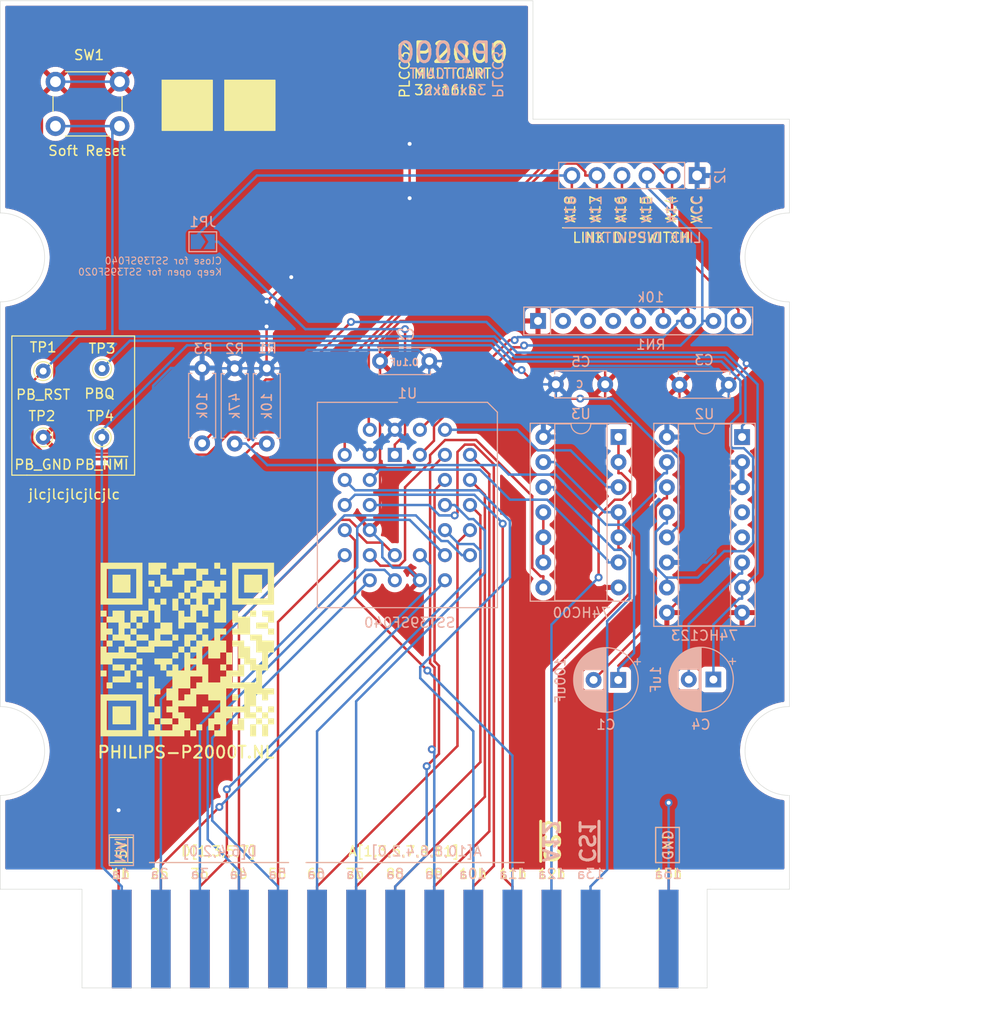
<source format=kicad_pcb>
(kicad_pcb (version 20211014) (generator pcbnew)
  (layers (0 "F.Cu" signal) (31 "B.Cu" signal) (34 "B.Paste" user) (35 "F.Paste" user) (36 "B.SilkS" user "B.Silkscreen") (37 "F.SilkS" user "F.Silkscreen") (38 "B.Mask" user) (39 "F.Mask" user) (44 "Edge.Cuts" user))
  (net 0 "")
  (net 1 "GND")
  (net 2 "+5V")
  (net 3 "D1")
  (net 4 "D3")
  (net 5 "D5")
  (net 6 "D7")
  (net 7 "A1")
  (net 8 "A3")
  (net 9 "A5")
  (net 10 "A7")
  (net 11 "A9")
  (net 12 "A11")
  (net 13 "A12")
  (net 14 "A10")
  (net 15 "A8")
  (net 16 "A6")
  (net 17 "A4")
  (net 18 "A2")
  (net 19 "A0")
  (net 20 "D6")
  (net 21 "D4")
  (net 22 "D2")
  (net 23 "D0")
  (net 24 "~{CARSEL1}")
  (net 25 "~{CARSEL2}")
  (net 26 "A12C")
  (net 27 "A14")
  (net 28 "A15")
  (net 29 "A16")
  (net 30 "A17")
  (net 31 "A18")
  (net 32 "A13")
  (net 33 "~{CS}")
  (net 34 "Net-(JP1-Pad2)")
  (net 35 "~{NMI}")
  (net 36 "Net-(U3-Pad10)")
  (net 37 "Net-(C1-Pad2)")
  (net 38 "Net-(C1-Pad1)")
  (net 39 "Net-(C4-Pad2)")
  (net 40 "Net-(C4-Pad1)")
  (net 41 "Net-(R1-Pad2)")
  (net 42 "Net-(U2-Pad5)")
  (net 43 "Net-(U2-Pad4)")
  (net 44 "Net-(TP3-Pad1)")
  (net 45 "Net-(RN1-Pad4)")
  (net 46 "Net-(RN1-Pad3)")
  (net 47 "Net-(RN1-Pad2)")
  (footprint "Button_Switch_THT:SW_PUSH_6mm" (layer "F.Cu") (at 48.747 52.345)
    (fp_text reference "SW1")
    (fp_text value "Soft Reset")
  )
  (footprint "TestPoint:TestPoint_THTPad_D1.5mm_Drill0.7mm" (layer "F.Cu") (at 47.498 81.661)
    (fp_text reference "TP1")
    (fp_text value "PB_RST")
  )
  (footprint "TestPoint:TestPoint_THTPad_D1.5mm_Drill0.7mm" (layer "F.Cu") (at 47.498 88.37)
    (fp_text reference "TP2")
    (fp_text value "PB_GND")
  )
  (footprint "TestPoint:TestPoint_THTPad_D1.5mm_Drill0.7mm" (layer "F.Cu") (at 53.445 88.37)
    (fp_text reference "TP4")
    (fp_text value "PB_~{NMI}")
  )
  (footprint "TestPoint:TestPoint_THTPad_D1.5mm_Drill0.7mm" (layer "F.Cu") (at 53.467 81.407)
    (fp_text reference "TP3")
    (fp_text value "PBQ")
  )
  (footprint "libs:qrcode" (layer "F.Cu") (at 62.103 109.855)
    (fp_text reference "G***" hide)
    (fp_text value "LOGO" hide)
  )
  (footprint "Package_DIP:DIP-14_W7.62mm_Socket" (layer "B.Cu") (at 105.821 88.337 180)
    (fp_text reference "U3")
    (fp_text value "74HC00")
  )
  (footprint "Capacitor_THT:C_Disc_D5.0mm_W2.5mm_P5.00mm" (layer "B.Cu") (at 99.471 83.003)
    (fp_text reference "C5")
    (fp_text value "C")
  )
  (footprint "Capacitor_THT:C_Disc_D5.0mm_W2.5mm_P5.00mm" (layer "B.Cu") (at 86.647 80.645 180)
    (fp_text reference "C2")
    (fp_text value "0.1uF")
  )
  (footprint "Connector_PinHeader_2.54mm:PinHeader_1x06_P2.54mm_Vertical" (layer "B.Cu") (at 113.792 61.849 90)
    (fp_text reference "J2")
    (fp_text value "DIPconn")
  )
  (footprint "Jumper:SolderJumper-2_P1.3mm_Open_TrianglePad1.0x1.5mm" (layer "B.Cu") (at 63.679 68.557)
    (fp_text reference "JP1")
    (fp_text value "Jumper")
  )
  (footprint "Package_DIP:DIP-16_W7.62mm_Socket" (layer "B.Cu") (at 118.347 88.345 180)
    (fp_text reference "U2")
    (fp_text value "74HC123")
  )
  (footprint "Capacitor_THT:CP_Radial_D6.3mm_P2.50mm" (layer "B.Cu") (at 105.797 112.945 180)
    (fp_text reference "C1")
    (fp_text value "100uF")
  )
  (footprint "Capacitor_THT:C_Disc_D5.0mm_W2.5mm_P5.00mm" (layer "B.Cu") (at 116.997 83.045 180)
    (fp_text reference "C3")
    (fp_text value "0.1uF")
  )
  (footprint "Resistor_THT:R_Axial_DIN0207_L6.3mm_D2.5mm_P7.62mm_Horizontal" (layer "B.Cu") (at 70.165 81.383 -90)
    (fp_text reference "R1")
    (fp_text value "10k")
  )
  (footprint "Resistor_THT:R_Axial_DIN0207_L6.3mm_D2.5mm_P7.62mm_Horizontal" (layer "B.Cu") (at 66.915 81.383 -90)
    (fp_text reference "R2")
    (fp_text value "47k")
  )
  (footprint "Resistor_THT:R_Axial_DIN0207_L6.3mm_D2.5mm_P7.62mm_Horizontal" (layer "B.Cu") (at 63.615 88.973 90)
    (fp_text reference "R3")
    (fp_text value "10k")
  )
  (footprint "p2000t_cartridge:p2000t_cartridge_edge" (layer "B.Cu") (at 83.185 139.192)
    (fp_text reference "J1")
    (fp_text value "P2000T_cartridge_edge")
  )
  (footprint "Capacitor_THT:CP_Radial_D6.3mm_P2.50mm" (layer "B.Cu") (at 115.443 112.903 180)
    (fp_text reference "C4")
    (fp_text value "1uF")
  )
  (footprint "Resistor_THT:R_Array_SIP9" (layer "B.Cu") (at 97.663 76.581)
    (fp_text reference "RN1")
    (fp_text value "10k")
  )
  (footprint "Package_LCC:PLCC-32_THT-Socket" (layer "B.Cu") (at 83.147 90.145 180)
    (fp_text reference "U1")
    (fp_text value "SST39SF040")
  )
  (gr_line (start 96.251 131.445) (end 74.153 131.445) (layer "B.SilkS") (width 0.12))
  (gr_line (start 72.375 131.445) (end 58.278 131.445) (layer "B.SilkS") (width 0.12))
  (gr_line (start 115.274 67.16) (end 100.274 67.16) (layer "B.SilkS") (width 0.12))
  (gr_line (start 54.197 131.745) (end 54.197 128.645) (layer "B.SilkS") (width 0.12))
  (gr_line (start 111.999 131.451) (end 109.586 131.451) (layer "B.SilkS") (width 0.12))
  (gr_line (start 111.999 127.895) (end 111.999 131.451) (layer "B.SilkS") (width 0.12))
  (gr_line (start 109.586 127.895) (end 111.999 127.895) (layer "B.SilkS") (width 0.12))
  (gr_line (start 109.586 131.451) (end 109.586 127.895) (layer "B.SilkS") (width 0.12))
  (gr_line (start 56.647 128.645) (end 56.647 131.745) (layer "B.SilkS") (width 0.12))
  (gr_line (start 56.647 131.745) (end 54.197 131.745) (layer "B.SilkS") (width 0.12))
  (gr_line (start 54.197 128.645) (end 56.647 128.645) (layer "B.SilkS") (width 0.12))
  (gr_line (start 54.214 128.905) (end 54.214 131.445) (layer "F.SilkS") (width 0.12))
  (gr_line (start 109.586 131.445) (end 111.999 131.445) (layer "F.SilkS") (width 0.12))
  (gr_line (start 109.586 127.889) (end 109.586 131.445) (layer "F.SilkS") (width 0.12))
  (gr_line (start 44.323 78.105) (end 44.45 78.105) (layer "F.SilkS") (width 0.12))
  (gr_line (start 74.153 131.445) (end 96.251 131.445) (layer "F.SilkS") (width 0.12))
  (gr_line (start 45.847 92.202) (end 44.323 92.202) (layer "F.SilkS") (width 0.12))
  (gr_line (start 56.769 78.105) (end 56.769 92.202) (layer "F.SilkS") (width 0.12))
  (gr_line (start 44.323 92.202) (end 44.323 78.105) (layer "F.SilkS") (width 0.12))
  (gr_line (start 58.278 131.445) (end 72.375 131.445) (layer "F.SilkS") (width 0.12))
  (gr_line (start 111.999 131.445) (end 111.999 127.889) (layer "F.SilkS") (width 0.12))
  (gr_line (start 56.627 131.445) (end 56.627 128.905) (layer "F.SilkS") (width 0.12))
  (gr_rect (start 65.913 52.197) (end 70.993 57.277) (layer "F.SilkS") (width 0.12) (fill solid))
  (gr_line (start 100.147 67.145) (end 115.147 67.145) (layer "F.SilkS") (width 0.12))
  (gr_line (start 56.769 92.202) (end 45.847 92.202) (layer "F.SilkS") (width 0.12))
  (gr_line (start 111.999 127.889) (end 109.586 127.889) (layer "F.SilkS") (width 0.12))
  (gr_line (start 44.45 78.105) (end 56.769 78.105) (layer "F.SilkS") (width 0.12))
  (gr_line (start 54.214 131.445) (end 56.627 131.445) (layer "F.SilkS") (width 0.12))
  (gr_rect (start 59.563 52.197) (end 64.643 57.277) (layer "F.SilkS") (width 0.12) (fill solid))
  (gr_line (start 56.627 128.905) (end 54.214 128.905) (layer "F.SilkS") (width 0.12))
  (gr_line (start 43.147 63.645) (end 43.147 59.145) (layer "Edge.Cuts") (width 0.05))
  (gr_line (start 43.147 109.145) (end 43.147 113.645) (layer "Edge.Cuts") (width 0.05))
  (gr_arc (start 43.147 115.645) (mid 47.647 120.145) (end 43.147 124.645) (layer "Edge.Cuts") (width 0.05))
  (gr_line (start 43.147 114.145) (end 43.147 113.645) (layer "Edge.Cuts") (width 0.05))
  (gr_line (start 43.147 127.145) (end 43.147 124.645) (layer "Edge.Cuts") (width 0.05))
  (gr_line (start 43.147 115.645) (end 43.147 114.145) (layer "Edge.Cuts") (width 0.05))
  (gr_arc (start 43.147 65.645) (mid 47.647 70.145) (end 43.147 74.645) (layer "Edge.Cuts") (width 0.05))
  (gr_line (start 123.147 127.145) (end 123.147 124.645) (layer "Edge.Cuts") (width 0.05))
  (gr_line (start 43.147 109.145) (end 43.147 74.645) (layer "Edge.Cuts") (width 0.05))
  (gr_line (start 43.147 65.645) (end 43.147 63.645) (layer "Edge.Cuts") (width 0.05))
  (gr_line (start 123.147 134.145) (end 123.147 127.145) (layer "Edge.Cuts") (width 0.05))
  (gr_line (start 43.147 44.145) (end 43.147 59.145) (layer "Edge.Cuts") (width 0.05))
  (gr_line (start 43.147 134.145) (end 43.147 127.145) (layer "Edge.Cuts") (width 0.05))
  (gr_line (start 97.147 44.145) (end 83.147 44.145) (layer "Edge.Cuts") (width 0.05))
  (gr_line (start 123.147 74.745) (end 123.147 74.645) (layer "Edge.Cuts") (width 0.05))
  (gr_line (start 123.147 115.645) (end 123.147 110.045) (layer "Edge.Cuts") (width 0.05))
  (gr_line (start 123.147 100.457) (end 123.147001 94.845) (layer "Edge.Cuts") (width 0.05))
  (gr_line (start 123.147001 83.445001) (end 123.147 77.845) (layer "Edge.Cuts") (width 0.05))
  (gr_line (start 123.147 63.445) (end 123.147 57.845) (layer "Edge.Cuts") (width 0.05))
  (gr_line (start 114.808 134.145) (end 115.147 134.145) (layer "Edge.Cuts") (width 0.05))
  (gr_line (start 114.808 144.145) (end 51.435 144.145) (layer "Edge.Cuts") (width 0.05))
  (gr_line (start 51.147 134.145) (end 51.435 134.145) (layer "Edge.Cuts") (width 0.05))
  (gr_arc (start 123.147 74.645) (mid 118.647 70.145) (end 123.147 65.645) (layer "Edge.Cuts") (width 0.05))
  (gr_line (start 51.435 144.145) (end 51.435 134.145) (layer "Edge.Cuts") (width 0.05))
  (gr_line (start 123.147 65.645) (end 123.147 63.445) (layer "Edge.Cuts") (width 0.05))
  (gr_line (start 123.147 56.145) (end 97.147 56.145) (layer "Edge.Cuts") (width 0.05))
  (gr_line (start 123.147 74.745) (end 123.147 77.845) (layer "Edge.Cuts") (width 0.05))
  (gr_line (start 51.147 134.145) (end 43.147 134.145) (layer "Edge.Cuts") (width 0.05))
  (gr_line (start 83.147 44.145) (end 43.147 44.145) (layer "Edge.Cuts") (width 0.05))
  (gr_line (start 97.147 56.145) (end 97.147 44.145) (layer "Edge.Cuts") (width 0.05))
  (gr_line (start 123.147 110.045) (end 123.147 100.457) (layer "Edge.Cuts") (width 0.05))
  (gr_line (start 114.808 144.145) (end 114.808 134.145) (layer "Edge.Cuts") (width 0.05))
  (gr_line (start 123.147001 83.445001) (end 123.147001 94.845) (layer "Edge.Cuts") (width 0.05))
  (gr_arc (start 123.147 124.645) (mid 118.647 120.145) (end 123.147 115.645) (layer "Edge.Cuts") (width 0.05))
  (gr_line (start 123.147 56.145) (end 123.147 57.845) (layer "Edge.Cuts") (width 0.05))
  (gr_line (start 115.147 134.145) (end 123.147 134.145) (layer "Edge.Cuts") (width 0.05))
  (gr_text "15a" (at 110.856 132.588) (layer "B.SilkS") (effects (font (size 1 1)) (justify mirror)))
  (gr_text "~{CS1}" (at 102.601 129.286 -90) (layer "B.SilkS") (effects (font (size 1.5 1.5) (thickness 0.3)) (justify mirror)))
  (gr_text "A12" (at 98.918 129.286 -90) (layer "B.SilkS") (effects (font (size 1.5 1.5) (thickness 0.3)) (justify mirror)))
  (gr_text "A[10,8,6,4,2,0]" (at 86.345 130.302) (layer "B.SilkS") (effects (font (size 1 1)) (justify mirror)))
  (gr_text "D[6,4,2,0]" (at 65.39 130.302) (layer "B.SilkS") (effects (font (size 1 1)) (justify mirror)))
  (gr_text "A14" (at 111.204 65.284 270) (layer "B.SilkS") (effects (font (size 1 1)) (justify mirror)))
  (gr_text "LINK DIPSWITCH" (at 108.274 68.16) (layer "B.SilkS") (effects (font (size 1 1)) (justify mirror)))
  (gr_text "VCC" (at 113.737 65.246 270) (layer "B.SilkS") (effects (font (size 1 1)) (justify mirror)))
  (gr_text "1a" (at 55.344 132.588) (layer "B.SilkS") (effects (font (size 1 1)) (justify mirror)))
  (gr_text "~{NMI}" (at 55.247 130.195 270) (layer "B.SilkS") (effects (font (size 1 1)) (justify mirror)))
  (gr_text "GND" (at 110.856 129.673 90) (layer "B.SilkS") (effects (font (size 1 1)) (justify mirror)))
  (gr_text "P2000" (at 93.091 49.403) (layer "B.SilkS") (effects (font (size 2 2) (thickness 0.3)) (justify left mirror)))
  (gr_text "32x16kb" (at 89.2594 53.1954) (layer "B.SilkS") (effects (font (size 1 1)) (justify mirror)))
  (gr_text "MULTICART" (at 88.5482 51.519) (layer "B.SilkS") (effects (font (size 1 1)) (justify mirror)))
  (gr_text "PLCC32" (at 93.5266 51.145 -90) (layer "B.SilkS") (effects (font (size 1 1)) (justify mirror)))
  (gr_text "11a" (at 95.108 132.588) (layer "B.SilkS") (effects (font (size 1 1)) (justify mirror)))
  (gr_text "10a" (at 91.044 132.588) (layer "B.SilkS") (effects (font (size 1 1)) (justify mirror)))
  (gr_text "2a" (at 59.294 132.588) (layer "B.SilkS") (effects (font (size 1 1)) (justify mirror)))
  (gr_text "A17" (at 103.4934 65.284 270) (layer "B.SilkS") (effects (font (size 1 1)) (justify mirror)))
  (gr_text "6a" (at 75.169 132.588) (layer "B.SilkS") (effects (font (size 1 1)) (justify mirror)))
  (gr_text "A16" (at 106.0636 65.284 270) (layer "B.SilkS") (effects (font (size 1 1)) (justify mirror)))
  (gr_text "7a" (at 79.106 132.588) (layer "B.SilkS") (effects (font (size 1 1)) (justify mirror)))
  (gr_text "13a" (at 102.982 132.588) (layer "B.SilkS") (effects (font (size 1 1)) (justify mirror)))
  (gr_text "9a" (at 87.107 132.588) (layer "B.SilkS") (effects (font (size 1 1)) (justify mirror)))
  (gr_text "4a" (at 67.295 132.588) (layer "B.SilkS") (effects (font (size 1 1)) (justify mirror)))
  (gr_text "5a" (at 71.232 132.588) (layer "B.SilkS") (effects (font (size 1 1)) (justify mirror)))
  (gr_text "A18" (at 100.9232 65.284 270) (layer "B.SilkS") (effects (font (size 1 1)) (justify mirror)))
  (gr_text "12a" (at 99.045 132.588) (layer "B.SilkS") (effects (font (size 1 1)) (justify mirror)))
  (gr_text "3a" (at 63.358 132.588) (layer "B.SilkS") (effects (font (size 1 1)) (justify mirror)))
  (gr_text "A15" (at 108.6338 65.284 270) (layer "B.SilkS") (effects (font (size 1 1)) (justify mirror)))
  (gr_text "8a" (at 83.17 132.588) (layer "B.SilkS") (effects (font (size 1 1)) (justify mirror)))
  (gr_text "Close for SST39SF040\nKeep open for SST39SF020" (at 65.679 71.057) (layer "B.SilkS") (effects (font (size 0.7 0.7) (thickness 0.1)) (justify left mirror)))
  (gr_text "9b" (at 87.107 132.588) (layer "F.SilkS") (effects (font (size 1 1))))
  (gr_text "6b" (at 75.169 132.588) (layer "F.SilkS") (effects (font (size 1 1))))
  (gr_text "8b" (at 83.17 132.588) (layer "F.SilkS") (effects (font (size 1 1))))
  (gr_text "4b" (at 67.295 132.588) (layer "F.SilkS") (effects (font (size 1 1))))
  (gr_text "1b" (at 55.357 132.588) (layer "F.SilkS") (effects (font (size 1 1))))
  (gr_text "2b" (at 59.294 132.588) (layer "F.SilkS") (effects (font (size 1 1))))
  (gr_text "5b" (at 71.232 132.588) (layer "F.SilkS") (effects (font (size 1 1))))
  (gr_text "7b" (at 79.106 132.588) (layer "F.SilkS") (effects (font (size 1 1))))
  (gr_text "11b" (at 95.108 132.588) (layer "F.SilkS") (effects (font (size 1 1))))
  (gr_text "12b" (at 99.045 132.588) (layer "F.SilkS") (effects (font (size 1 1))))
  (gr_text "15b" (at 110.856 132.588) (layer "F.SilkS") (effects (font (size 1 1))))
  (gr_text "3b" (at 63.358 132.588) (layer "F.SilkS") (effects (font (size 1 1))))
  (gr_text "10b" (at 91.044 132.588) (layer "F.SilkS") (effects (font (size 1 1))))
  (gr_text "GND" (at 110.856 129.667 90) (layer "F.SilkS") (effects (font (size 1 1))))
  (gr_text "A15" (at 108.5962 65.246 90) (layer "F.SilkS") (effects (font (size 1 1))))
  (gr_text "A16" (at 106.0354 65.246 90) (layer "F.SilkS") (effects (font (size 1 1))))
  (gr_text "A17" (at 103.4746 65.246 90) (layer "F.SilkS") (effects (font (size 1 1))))
  (gr_text "A18" (at 100.9138 65.246 90) (layer "F.SilkS") (effects (font (size 1 1))))
  (gr_text "A14" (at 111.157 65.246 90) (layer "F.SilkS") (effects (font (size 1 1))))
  (gr_text "PLCC32" (at 84.147 51.145 90) (layer "F.SilkS") (effects (font (size 1 1))))
  (gr_text "MULTICART" (at 88.9978 51.519) (layer "F.SilkS") (effects (font (size 1 1))))
  (gr_text "P2000" (at 84.8136 49.394) (layer "F.SilkS") (effects (font (size 2 2) (thickness 0.3)) (justify left)))
  (gr_text "32x16kb" (at 88.2866 53.1954) (layer "F.SilkS") (effects (font (size 1 1))))
  (gr_text "A[1,3,5,7,9,11]" (at 84.059 130.302) (layer "F.SilkS") (effects (font (size 1 1))))
  (gr_text "LINK DIPSWITCH" (at 107.147 68.145) (layer "F.SilkS") (effects (font (size 1 1))))
  (gr_text "VCC" (at 113.737 65.284 90) (layer "F.SilkS") (effects (font (size 1 1))))
  (gr_text "jlcjlcjlcjlcjlc" (at 50.647 94.145) (layer "F.SilkS") (effects (font (size 1 1))))
  (gr_text "~{CS2}" (at 99.172 129.286 90) (layer "F.SilkS") (effects (font (size 1.5 1.5) (thickness 0.3))))
  (gr_text "PHILIPS-P2000T.NL" (at 61.976 120.269) (layer "F.SilkS") (effects (font (size 1.2 1.2) (thickness 0.2))))
  (gr_text "5V" (at 55.484 130.175 90) (layer "F.SilkS") (effects (font (size 1 1))))
  (gr_text "D[1,3,5,7]" (at 65.263 130.302) (layer "F.SilkS") (effects (font (size 1 1))))
  (segment (start 103.579 103.577) (end 102.647 102.645) (width 0.25) (layer "F.Cu") (net 1))
  (segment (start 102.647 87.145) (end 104.471 85.321) (width 0.25) (layer "F.Cu") (net 1))
  (segment (start 81.647 78.645) (end 81.647 80.645) (width 0.25) (layer "F.Cu") (net 1))
  (segment (start 105.647 79.645) (end 98.147 79.645) (width 0.25) (layer "F.Cu") (net 1))
  (segment (start 117.147 116.645) (end 121.647 112.145) (width 0.25) (layer "F.Cu") (net 1))
  (segment (start 105.821 103.577) (end 103.579 103.577) (width 0.25) (layer "F.Cu") (net 1))
  (segment (start 48.6392 88.37) (end 48.6392 59.2806) (width 0.25) (layer "F.Cu") (net 1))
  (segment (start 71.4508 87.8666) (end 66.4194 87.8666) (width 0.25) (layer "F.Cu") (net 1))
  (segment (start 83.711 76.581) (end 81.647 78.645) (width 0.25) (layer "F.Cu") (net 1))
  (segment (start 111.997 84.995) (end 115.147 88.145) (width 0.25) (layer "F.Cu") (net 1))
  (segment (start 116.867 104.645) (end 118.347 106.125) (width 0.25) (layer "F.Cu") (net 1))
  (segment (start 106.647 79.645) (end 105.647 79.645) (width 0.25) (layer "F.Cu") (net 1))
  (segment (start 115.147 104.645) (end 116.867 104.645) (width 0.25) (layer "F.Cu") (net 1))
  (segment (start 115.397 79.645) (end 106.647 79.645) (width 0.25) (layer "F.Cu") (net 1))
  (segment (start 48.6392 59.2806) (end 47.3664 58.0078) (width 0.25) (layer "F.Cu") (net 1))
  (segment (start 97.663 79.161) (end 97.663 76.581) (width 0.25) (layer "F.Cu") (net 1))
  (segment (start 110.905 125.387) (end 117.147 119.145) (width 0.25) (layer "F.Cu") (net 1))
  (segment (start 119.147 79.645) (end 115.647 79.645) (width 0.25) (layer "F.Cu") (net 1))
  (segment (start 110.905 139.192) (end 110.905 125.387) (width 0.25) (layer "F.Cu") (net 1))
  (segment (start 121.647 112.145) (end 121.647 82.145) (width 0.25) (layer "F.Cu") (net 1))
  (segment (start 104.471 80.821) (end 104.471 83.003) (width 0.25) (layer "F.Cu") (net 1))
  (segment (start 115.397 79.645) (end 111.997 83.045) (width 0.25) (layer "F.Cu") (net 1))
  (segment (start 112.207 104.645) (end 110.727 106.125) (width 0.25) (layer "F.Cu") (net 1))
  (segment (start 111.997 83.045) (end 111.997 84.995) (width 0.25) (layer "F.Cu") (net 1))
  (segment (start 115.147 104.645) (end 112.207 104.645) (width 0.25) (layer "F.Cu") (net 1))
  (segment (start 105.647 79.645) (end 104.471 80.821) (width 0.25) (layer "F.Cu") (net 1))
  (segment (start 115.647 79.645) (end 115.397 79.645) (width 0.25) (layer "F.Cu") (net 1))
  (segment (start 66.4194 87.8666) (end 64.1577 90.1283) (width 0.25) (layer "F.Cu") (net 1))
  (segment (start 47.3664 58.0078) (end 47.3664 53.7256) (width 0.25) (layer "F.Cu") (net 1))
  (segment (start 81.647 96.725) (end 80.607 97.765) (width 0.25) (layer "F.Cu") (net 1))
  (segment (start 104.471 85.321) (end 104.471 83.003) (width 0.25) (layer "F.Cu") (net 1))
  (segment (start 106.647 79.645) (end 105.647 79.645) (width 0.25) (layer "F.Cu") (net 1))
  (segment (start 81.647 91.415) (end 81.647 96.725) (width 0.25) (layer "F.Cu") (net 1))
  (segment (start 64.1577 90.1283) (end 50.3975 90.1283) (width 0.25) (layer "F.Cu") (net 1))
  (segment (start 97.663 76.581) (end 83.711 76.581) (width 0.25) (layer "F.Cu") (net 1))
  (segment (start 81.647 80.645) (end 81.647 91.415) (width 0.25) (layer "F.Cu") (net 1))
  (segment (start 74.9992 91.415) (end 71.4508 87.8666) (width 0.25) (layer "F.Cu") (net 1))
  (segment (start 115.647 79.645) (end 115.397 79.645) (width 0.25) (layer "F.Cu") (net 1))
  (segment (start 115.147 88.145) (end 115.147 104.645) (width 0.25) (layer "F.Cu") (net 1))
  (segment (start 117.147 119.145) (end 117.147 116.645) (width 0.25) (layer "F.Cu") (net 1))
  (segment (start 102.647 102.645) (end 102.647 87.145) (width 0.25) (layer "F.Cu") (net 1))
  (segment (start 81.647 91.415) (end 74.9992 91.415) (width 0.25) (layer "F.Cu") (net 1))
  (segment (start 121.647 82.145) (end 119.147 79.645) (width 0.25) (layer "F.Cu") (net 1))
  (segment (start 48.6392 88.37) (end 47.498 88.37) (width 0.25) (layer "F.Cu") (net 1))
  (segment (start 98.147 79.645) (end 97.663 79.161) (width 0.25) (layer "F.Cu") (net 1))
  (segment (start 50.3975 90.1283) (end 48.6392 88.37) (width 0.25) (layer "F.Cu") (net 1))
  (segment (start 47.3664 53.7256) (end 48.747 52.345) (width 0.25) (layer "F.Cu") (net 1))
  (via (at 110.905 125.387) (size 0.8) (drill 0.4) (layers "F.Cu" "B.Cu") (net 1))
  (segment (start 81.877 99.035) (end 81.877 100.5108) (width 0.25) (layer "B.Cu") (net 1))
  (segment (start 80.607 97.765) (end 81.877 99.035) (width 0.25) (layer "B.Cu") (net 1))
  (segment (start 82.9412 101.575) (end 84.417 101.575) (width 0.25) (layer "B.Cu") (net 1))
  (segment (start 84.417 101.575) (end 85.687 102.845) (width 0.25) (layer "B.Cu") (net 1))
  (segment (start 81.877 100.5108) (end 82.9412 101.575) (width 0.25) (layer "B.Cu") (net 1))
  (segment (start 110.905 139.192) (end 110.905 125.387) (width 0.25) (layer "B.Cu") (net 1))
  (segment (start 48.747 52.345) (end 55.247 52.345) (width 0.25) (layer "B.Cu") (net 1))
  (segment (start 70.147 77.145) (end 70.147 81.365) (width 0.25) (layer "F.Cu") (net 2))
  (segment (start 116.997 83.045) (end 118.8099 81.2321) (width 0.25) (layer "F.Cu") (net 2))
  (segment (start 55.147 126.145) (end 55.147 138.874) (width 0.25) (layer "F.Cu") (net 2))
  (segment (start 55.147 138.874) (end 55.465 139.192) (width 0.25) (layer "F.Cu") (net 2))
  (segment (start 70.147 81.365) (end 70.165 81.383) (width 0.25) (layer "F.Cu") (net 2))
  (segment (start 72.647 72.145) (end 70.147 74.645) (width 0.25) (layer "F.Cu") (net 2))
  (segment (start 84.647 58.645) (end 84.647 64.145) (width 0.25) (layer "F.Cu") (net 2))
  (segment (start 118.8099 81.2321) (end 118.8099 80.8741) (width 0.25) (layer "F.Cu") (net 2))
  (via (at 72.647 72.145) (size 0.8) (drill 0.4) (layers "F.Cu" "B.Cu") (net 2))
  (via (at 70.147 74.645) (size 0.8) (drill 0.4) (layers "F.Cu" "B.Cu") (net 2))
  (via (at 84.647 58.645) (size 0.8) (drill 0.4) (layers "F.Cu" "B.Cu") (net 2))
  (via (at 70.147 77.145) (size 0.8) (drill 0.4) (layers "F.Cu" "B.Cu") (net 2))
  (via (at 118.8099 80.8741) (size 0.8) (drill 0.4) (layers "F.Cu" "B.Cu") (net 2))
  (via (at 84.647 64.145) (size 0.8) (drill 0.4) (layers "F.Cu" "B.Cu") (net 2))
  (via (at 55.147 126.145) (size 0.8) (drill 0.4) (layers "F.Cu" "B.Cu") (net 2))
  (segment (start 113.792 60.29) (end 112.147 58.645) (width 0.25) (layer "B.Cu") (net 2))
  (segment (start 99.471 87.067) (end 98.201 88.337) (width 0.25) (layer "B.Cu") (net 2))
  (segment (start 86.647 84.105) (end 86.647 80.645) (width 0.25) (layer "B.Cu") (net 2))
  (segment (start 58.647 83.145) (end 58.647 99.145) (width 0.25) (layer "B.Cu") (net 2))
  (segment (start 70.165 81.383) (end 66.915 81.383) (width 0.25) (layer "B.Cu") (net 2))
  (segment (start 60.439 81.353) (end 58.647 83.145) (width 0.25) (layer "B.Cu") (net 2))
  (segment (start 85.522 79.52) (end 74.272 79.52) (width 0.25) (layer "B.Cu") (net 2))
  (segment (start 101.329 81.145) (end 115.097 81.145) (width 0.25) (layer "B.Cu") (net 2))
  (segment (start 113.792 61.849) (end 113.792 60.29) (width 0.25) (layer "B.Cu") (net 2))
  (segment (start 115.647 100.145) (end 114.747 101.045) (width 0.25) (layer "B.Cu") (net 2))
  (segment (start 116.387 90.885) (end 118.347 90.885) (width 0.25) (layer "B.Cu") (net 2))
  (segment (start 99.471 83.003) (end 99.471 87.067) (width 0.25) (layer "B.Cu") (net 2))
  (segment (start 83.147 87.605) (end 86.647 84.105) (width 0.25) (layer "B.Cu") (net 2))
  (segment (start 70.147 74.645) (end 70.147 77.145) (width 0.25) (layer "B.Cu") (net 2))
  (segment (start 66.915 81.383) (end 63.645 81.383) (width 0.25) (layer "B.Cu") (net 2))
  (segment (start 72.409 81.383) (end 70.165 81.383) (width 0.25) (layer "B.Cu") (net 2))
  (segment (start 115.647 90.145) (end 115.647 92.145) (width 0.25) (layer "B.Cu") (net 2))
  (segment (start 116.147 86.645) (end 115.647 87.145) (width 0.25) (layer "B.Cu") (net 2))
  (segment (start 84.647 64.145) (end 80.647 64.145) (width 0.25) (layer "B.Cu") (net 2))
  (segment (start 113.792 61.849) (end 113.792 63.0243) (width 0.25) (layer "B.Cu") (net 2))
  (segment (start 115.647 92.145) (end 116.927 93.425) (width 0.25) (layer "B.Cu") (net 2))
  (segment (start 58.647 99.145) (end 55.147 102.645) (width 0.25) (layer "B.Cu") (net 2))
  (segment (start 96.005 83.003) (end 99.471 83.003) (width 0.25) (layer "B.Cu") (net 2))
  (segment (start 115.647 90.145) (end 116.387 90.885) (width 0.25) (layer "B.Cu") (net 2))
  (segment (start 74.272 79.52) (end 72.409 81.383) (width 0.25) (layer "B.Cu") (net 2))
  (segment (start 99.471 83.003) (end 101.329 81.145) (width 0.25) (layer "B.Cu") (net 2))
  (segment (start 55.147 102.645) (end 55.147 126.145) (width 0.25) (layer "B.Cu") (net 2))
  (segment (start 80.647 64.145) (end 72.647 72.145) (width 0.25) (layer "B.Cu") (net 2))
  (segment (start 112.147 58.645) (end 84.647 58.645) (width 0.25) (layer "B.Cu") (net 2))
  (segment (start 116.713 78.7772) (end 116.713 65.9453) (width 0.25) (layer "B.Cu") (net 2))
  (segment (start 86.647 80.645) (end 93.647 80.645) (width 0.25) (layer "B.Cu") (net 2))
  (segment (start 114.447 88.345) (end 115.647 87.145) (width 0.25) (layer "B.Cu") (net 2))
  (segment (start 116.997 85.795) (end 116.147 86.645) (width 0.25) (layer "B.Cu") (net 2))
  (segment (start 93.647 80.645) (end 96.005 83.003) (width 0.25) (layer "B.Cu") (net 2))
  (segment (start 115.647 89.645) (end 115.647 90.145) (width 0.25) (layer "B.Cu") (net 2))
  (segment (start 63.615 81.353) (end 60.439 81.353) (width 0.25) (layer "B.Cu") (net 2))
  (segment (start 114.747 101.045) (end 110.727 101.045) (width 0.25) (layer "B.Cu") (net 2))
  (segment (start 116.927 93.425) (end 118.347 93.425) (width 0.25) (layer "B.Cu") (net 2))
  (segment (start 116.713 65.9453) (end 113.792 63.0243) (width 0.25) (layer "B.Cu") (net 2))
  (segment (start 115.647 89.645) (end 115.647 90.145) (width 0.25) (layer "B.Cu") (net 2))
  (segment (start 115.647 92.145) (end 115.647 100.145) (width 0.25) (layer "B.Cu") (net 2))
  (segment (start 86.647 80.645) (end 85.522 79.52) (width 0.25) (layer "B.Cu") (net 2))
  (segment (start 110.727 88.345) (end 114.447 88.345) (width 0.25) (layer "B.Cu") (net 2))
  (segment (start 115.647 87.145) (end 116.147 86.645) (width 0.25) (layer "B.Cu") (net 2))
  (segment (start 63.645 81.383) (end 63.615 81.353) (width 0.25) (layer "B.Cu") (net 2))
  (segment (start 116.997 83.045) (end 116.997 85.795) (width 0.25) (layer "B.Cu") (net 2))
  (segment (start 115.097 81.145) (end 116.997 83.045) (width 0.25) (layer "B.Cu") (net 2))
  (segment (start 115.647 87.145) (end 115.647 89.645) (width 0.25) (layer "B.Cu") (net 2))
  (segment (start 118.8099 80.8741) (end 116.713 78.7772) (width 0.25) (layer "B.Cu") (net 2))
  (segment (start 80.607 90.145) (end 83.147 87.605) (width 0.25) (layer "B.Cu") (net 2))
  (segment (start 59.425 139.192) (end 59.425 131.7465) (width 0.25) (layer "F.Cu") (net 3))
  (segment (start 59.425 131.7465) (end 65.3613 125.8102) (width 0.25) (layer "F.Cu") (net 3))
  (via (at 65.3613 125.8102) (size 0.8) (drill 0.4) (layers "F.Cu" "B.Cu") (net 3))
  (segment (start 88.227 102.9445) (end 88.227 102.845) (width 0.25) (layer "B.Cu") (net 3))
  (segment (start 65.3613 125.8102) (end 88.227 102.9445) (width 0.25) (layer "B.Cu") (net 3))
  (segment (start 63.385 139.192) (end 63.385 133.8667) (width 0.25) (layer "F.Cu") (net 4))
  (segment (start 63.385 133.8667) (end 66.1209 131.1308) (width 0.25) (layer "F.Cu") (net 4))
  (segment (start 66.1209 131.1308) (end 66.1209 124.0222) (width 0.25) (layer "F.Cu") (net 4))
  (via (at 66.1209 124.0222) (size 0.8) (drill 0.4) (layers "F.Cu" "B.Cu") (net 4))
  (segment (start 85.687 100.305) (end 86.7283 101.3463) (width 0.25) (layer "B.Cu") (net 4))
  (segment (start 86.7283 101.3463) (end 86.7283 103.4148) (width 0.25) (layer "B.Cu") (net 4))
  (segment (start 86.7283 103.4148) (end 66.1209 124.0222) (width 0.25) (layer "B.Cu") (net 4))
  (segment (start 67.345 107.0203) (end 77.6369 96.7284) (width 0.25) (layer "F.Cu") (net 5))
  (segment (start 79.337 97.5145) (end 79.337 98.049) (width 0.25) (layer "F.Cu") (net 5))
  (segment (start 67.345 139.192) (end 67.345 107.0203) (width 0.25) (layer "F.Cu") (net 5))
  (segment (start 77.6369 96.7284) (end 78.5509 96.7284) (width 0.25) (layer "F.Cu") (net 5))
  (segment (start 80.323 99.035) (end 81.877 99.035) (width 0.25) (layer "F.Cu") (net 5))
  (segment (start 81.877 99.035) (end 83.147 100.305) (width 0.25) (layer "F.Cu") (net 5))
  (segment (start 79.337 98.049) (end 80.323 99.035) (width 0.25) (layer "F.Cu") (net 5))
  (segment (start 78.5509 96.7284) (end 79.337 97.5145) (width 0.25) (layer "F.Cu") (net 5))
  (segment (start 71.305 107.067) (end 78.067 100.305) (width 0.25) (layer "F.Cu") (net 6))
  (segment (start 71.305 139.192) (end 71.305 107.067) (width 0.25) (layer "F.Cu") (net 6))
  (segment (start 75.265 133.8667) (end 89.497 119.6347) (width 0.25) (layer "F.Cu") (net 7))
  (segment (start 89.497 99.035) (end 90.767 97.765) (width 0.25) (layer "F.Cu") (net 7))
  (segment (start 75.265 139.192) (end 75.265 133.8667) (width 0.25) (layer "F.Cu") (net 7))
  (segment (start 89.497 119.6347) (end 89.497 99.035) (width 0.25) (layer "F.Cu") (net 7))
  (segment (start 90.767 95.225) (end 91.8185 96.2765) (width 0.25) (layer "F.Cu") (net 8))
  (segment (start 91.8185 96.2765) (end 91.8185 121.2732) (width 0.25) (layer "F.Cu") (net 8))
  (segment (start 79.225 139.192) (end 79.225 133.8667) (width 0.25) (layer "F.Cu") (net 8))
  (segment (start 91.8185 121.2732) (end 79.225 133.8667) (width 0.25) (layer "F.Cu") (net 8))
  (segment (start 92.273 94.191) (end 92.273 124.7787) (width 0.25) (layer "F.Cu") (net 9))
  (segment (start 83.185 139.192) (end 83.185 133.8667) (width 0.25) (layer "F.Cu") (net 9))
  (segment (start 92.273 124.7787) (end 83.185 133.8667) (width 0.25) (layer "F.Cu") (net 9))
  (segment (start 90.767 92.685) (end 92.273 94.191) (width 0.25) (layer "F.Cu") (net 9))
  (segment (start 90.767 90.145) (end 92.7255 92.1035) (width 0.25) (layer "F.Cu") (net 10))
  (segment (start 92.7255 128.2862) (end 87.145 133.8667) (width 0.25) (layer "F.Cu") (net 10))
  (segment (start 87.145 139.192) (end 87.145 133.8667) (width 0.25) (layer "F.Cu") (net 10))
  (segment (start 92.7255 92.1035) (end 92.7255 128.2862) (width 0.25) (layer "F.Cu") (net 10))
  (segment (start 89.497 89.8518) (end 90.2405 89.1083) (width 0.25) (layer "F.Cu") (net 11))
  (segment (start 89.2149 96.2813) (end 89.497 95.9992) (width 0.25) (layer "F.Cu") (net 11))
  (segment (start 89.497 95.9992) (end 89.497 89.8518) (width 0.25) (layer "F.Cu") (net 11))
  (segment (start 93.1833 91.0953) (end 93.1833 131.7884) (width 0.25) (layer "F.Cu") (net 11))
  (segment (start 91.1963 89.1083) (end 93.1833 91.0953) (width 0.25) (layer "F.Cu") (net 11))
  (segment (start 91.105 139.192) (end 91.105 133.8667) (width 0.25) (layer "F.Cu") (net 11))
  (segment (start 93.1833 131.7884) (end 91.105 133.8667) (width 0.25) (layer "F.Cu") (net 11))
  (segment (start 90.2405 89.1083) (end 91.1963 89.1083) (width 0.25) (layer "F.Cu") (net 11))
  (via (at 89.2149 96.2813) (size 0.8) (drill 0.4) (layers "F.Cu" "B.Cu") (net 11))
  (segment (start 80.607 95.225) (end 86.6087 95.225) (width 0.25) (layer "B.Cu") (net 11))
  (segment (start 87.665 96.2813) (end 89.2149 96.2813) (width 0.25) (layer "B.Cu") (net 11))
  (segment (start 86.6087 95.225) (end 87.665 96.2813) (width 0.25) (layer "B.Cu") (net 11))
  (segment (start 95.065 139.192) (end 95.065 133.8667) (width 0.25) (layer "F.Cu") (net 12))
  (segment (start 95.065 133.8667) (end 94.0834 132.8851) (width 0.25) (layer "F.Cu") (net 12))
  (segment (start 94.0834 132.8851) (end 94.0834 97.1228) (width 0.25) (layer "F.Cu") (net 12))
  (via (at 94.0834 97.1228) (size 0.8) (drill 0.4) (layers "F.Cu" "B.Cu") (net 12))
  (segment (start 91.2055 94.1884) (end 79.1036 94.1884) (width 0.25) (layer "B.Cu") (net 12))
  (segment (start 79.1036 94.1884) (end 78.067 95.225) (width 0.25) (layer "B.Cu") (net 12))
  (segment (start 94.0834 97.1228) (end 94.0834 97.0663) (width 0.25) (layer "B.Cu") (net 12))
  (segment (start 94.0834 97.0663) (end 91.2055 94.1884) (width 0.25) (layer "B.Cu") (net 12))
  (segment (start 104.6957 93.417) (end 100.9643 89.6856) (width 0.25) (layer "B.Cu") (net 13))
  (segment (start 97.6528 89.6856) (end 95.5722 87.605) (width 0.25) (layer "B.Cu") (net 13))
  (segment (start 95.5722 87.605) (end 88.227 87.605) (width 0.25) (layer "B.Cu") (net 13))
  (segment (start 100.9643 89.6856) (end 97.6528 89.6856) (width 0.25) (layer "B.Cu") (net 13))
  (segment (start 105.821 93.417) (end 104.6957 93.417) (width 0.25) (layer "B.Cu") (net 13))
  (segment (start 79.1119 104.659) (end 86.4476 111.9947) (width 0.25) (layer "F.Cu") (net 14))
  (segment (start 79.1119 98.8099) (end 79.1119 104.659) (width 0.25) (layer "F.Cu") (net 14))
  (segment (start 78.067 97.765) (end 79.1119 98.8099) (width 0.25) (layer "F.Cu") (net 14))
  (via (at 86.4476 111.9947) (size 0.8) (drill 0.4) (layers "F.Cu" "B.Cu") (net 14))
  (segment (start 95.065 139.192) (end 95.065 120.6121) (width 0.25) (layer "B.Cu") (net 14))
  (segment (start 95.065 120.6121) (end 86.4476 111.9947) (width 0.25) (layer "B.Cu") (net 14))
  (segment (start 94.8112 102.5446) (end 94.8112 96.8248) (width 0.25) (layer "B.Cu") (net 15))
  (segment (start 94.8112 96.8248) (end 91.7195 93.7331) (width 0.25) (layer "B.Cu") (net 15))
  (segment (start 91.105 139.192) (end 91.105 118.1496) (width 0.25) (layer "B.Cu") (net 15))
  (segment (start 85.7221 112.7667) (end 85.7221 111.6337) (width 0.25) (layer "B.Cu") (net 15))
  (segment (start 91.105 118.1496) (end 85.7221 112.7667) (width 0.25) (layer "B.Cu") (net 15))
  (segment (start 79.1151 93.7331) (end 78.067 92.685) (width 0.25) (layer "B.Cu") (net 15))
  (segment (start 91.7195 93.7331) (end 79.1151 93.7331) (width 0.25) (layer "B.Cu") (net 15))
  (segment (start 85.7221 111.6337) (end 94.8112 102.5446) (width 0.25) (layer "B.Cu") (net 15))
  (segment (start 86.7236 111.2449) (end 87.1729 111.6942) (width 0.25) (layer "F.Cu") (net 16))
  (segment (start 86.7236 91.6484) (end 86.7236 111.2449) (width 0.25) (layer "F.Cu") (net 16))
  (segment (start 88.227 90.145) (end 86.7236 91.6484) (width 0.25) (layer "F.Cu") (net 16))
  (segment (start 87.1729 119.699) (end 86.8976 119.9743) (width 0.25) (layer "F.Cu") (net 16))
  (segment (start 87.1729 111.6942) (end 87.1729 119.699) (width 0.25) (layer "F.Cu") (net 16))
  (via (at 86.8976 119.9743) (size 0.8) (drill 0.4) (layers "F.Cu" "B.Cu") (net 16))
  (segment (start 87.145 139.192) (end 87.145 133.8667) (width 0.25) (layer "B.Cu") (net 16))
  (segment (start 87.145 120.2217) (end 86.8976 119.9743) (width 0.25) (layer "B.Cu") (net 16))
  (segment (start 87.145 133.8667) (end 87.145 120.2217) (width 0.25) (layer "B.Cu") (net 16))
  (segment (start 87.6232 120.4348) (end 87.6232 111.5076) (width 0.25) (layer "F.Cu") (net 17))
  (segment (start 87.6232 111.5076) (end 87.1739 111.0583) (width 0.25) (layer "F.Cu") (net 17))
  (segment (start 87.1739 93.7381) (end 88.227 92.685) (width 0.25) (layer "F.Cu") (net 17))
  (segment (start 86.3754 121.6826) (end 87.6232 120.4348) (width 0.25) (layer "F.Cu") (net 17))
  (segment (start 87.1739 111.0583) (end 87.1739 93.7381) (width 0.25) (layer "F.Cu") (net 17))
  (via (at 86.3754 121.6826) (size 0.8) (drill 0.4) (layers "F.Cu" "B.Cu") (net 17))
  (segment (start 83.185 133.8667) (end 86.3754 130.6763) (width 0.25) (layer "B.Cu") (net 17))
  (segment (start 83.185 139.192) (end 83.185 133.8667) (width 0.25) (layer "B.Cu") (net 17))
  (segment (start 86.3754 130.6763) (end 86.3754 121.6826) (width 0.25) (layer "B.Cu") (net 17))
  (segment (start 79.225 115.113) (end 92.2781 102.0599) (width 0.25) (layer "B.Cu") (net 18))
  (segment (start 91.1222 96.6543) (end 90.6426 96.6543) (width 0.25) (layer "B.Cu") (net 18))
  (segment (start 79.225 139.192) (end 79.225 115.113) (width 0.25) (layer "B.Cu") (net 18))
  (segment (start 89.2133 95.225) (end 88.227 95.225) (width 0.25) (layer "B.Cu") (net 18))
  (segment (start 92.2781 102.0599) (end 92.2781 97.8102) (width 0.25) (layer "B.Cu") (net 18))
  (segment (start 92.2781 97.8102) (end 91.1222 96.6543) (width 0.25) (layer "B.Cu") (net 18))
  (segment (start 90.6426 96.6543) (end 89.2133 95.225) (width 0.25) (layer "B.Cu") (net 18))
  (segment (start 91.826 101.5853) (end 75.265 118.1463) (width 0.25) (layer "B.Cu") (net 19))
  (segment (start 88.227 97.765) (end 89.6411 99.1791) (width 0.25) (layer "B.Cu") (net 19))
  (segment (start 75.265 118.1463) (end 75.265 133.8667) (width 0.25) (layer "B.Cu") (net 19))
  (segment (start 75.265 139.192) (end 75.265 133.8667) (width 0.25) (layer "B.Cu") (net 19))
  (segment (start 91.1433 99.1791) (end 91.826 99.8618) (width 0.25) (layer "B.Cu") (net 19))
  (segment (start 89.6411 99.1791) (end 91.1433 99.1791) (width 0.25) (layer "B.Cu") (net 19))
  (segment (start 91.826 99.8618) (end 91.826 101.5853) (width 0.25) (layer "B.Cu") (net 19))
  (segment (start 64.6359 127.1976) (end 64.6359 118.8161) (width 0.25) (layer "B.Cu") (net 20))
  (segment (start 64.6359 118.8161) (end 80.607 102.845) (width 0.25) (layer "B.Cu") (net 20))
  (segment (start 71.305 133.8667) (end 64.6359 127.1976) (width 0.25) (layer "B.Cu") (net 20))
  (segment (start 71.305 139.192) (end 71.305 133.8667) (width 0.25) (layer "B.Cu") (net 20))
  (segment (start 64.1787 117.7657) (end 80.1476 101.7968) (width 0.25) (layer "B.Cu") (net 21))
  (segment (start 67.345 139.192) (end 67.345 132.2632) (width 0.25) (layer "B.Cu") (net 21))
  (segment (start 82.0988 101.7968) (end 83.147 102.845) (width 0.25) (layer "B.Cu") (net 21))
  (segment (start 64.1787 129.0969) (end 64.1787 117.7657) (width 0.25) (layer "B.Cu") (net 21))
  (segment (start 80.1476 101.7968) (end 82.0988 101.7968) (width 0.25) (layer "B.Cu") (net 21))
  (segment (start 67.345 132.2632) (end 64.1787 129.0969) (width 0.25) (layer "B.Cu") (net 21))
  (segment (start 79.337 97.5041) (end 80.1143 96.7268) (width 0.25) (layer "B.Cu") (net 22))
  (segment (start 63.385 117.4898) (end 79.337 101.5378) (width 0.25) (layer "B.Cu") (net 22))
  (segment (start 79.337 101.5378) (end 79.337 97.5041) (width 0.25) (layer "B.Cu") (net 22))
  (segment (start 80.1143 96.7268) (end 84.6488 96.7268) (width 0.25) (layer "B.Cu") (net 22))
  (segment (start 63.385 133.8667) (end 63.385 117.4898) (width 0.25) (layer "B.Cu") (net 22))
  (segment (start 63.385 139.192) (end 63.385 133.8667) (width 0.25) (layer "B.Cu") (net 22))
  (segment (start 84.6488 96.7268) (end 88.227 100.305) (width 0.25) (layer "B.Cu") (net 22))
  (segment (start 88.5097 98.8756) (end 89.9391 100.305) (width 0.25) (layer "B.Cu") (net 23))
  (segment (start 78.0485 96.2764) (end 85.2726 96.2764) (width 0.25) (layer "B.Cu") (net 23))
  (segment (start 89.9391 100.305) (end 90.767 100.305) (width 0.25) (layer "B.Cu") (net 23))
  (segment (start 85.2726 96.2764) (end 87.8718 98.8756) (width 0.25) (layer "B.Cu") (net 23))
  (segment (start 87.8718 98.8756) (end 88.5097 98.8756) (width 0.25) (layer "B.Cu") (net 23))
  (segment (start 59.425 114.8999) (end 78.0485 96.2764) (width 0.25) (layer "B.Cu") (net 23))
  (segment (start 59.425 139.192) (end 59.425 114.8999) (width 0.25) (layer "B.Cu") (net 23))
  (segment (start 106.175 99.767) (end 106.9516 100.5436) (width 0.25) (layer "B.Cu") (net 24))
  (segment (start 105.395 99.767) (end 106.175 99.767) (width 0.25) (layer "B.Cu") (net 24))
  (segment (start 104.6716 132.1801) (end 102.985 133.8667) (width 0.25) (layer "B.Cu") (net 24))
  (segment (start 106.9516 104.7024) (end 104.6716 106.9824) (width 0.25) (layer "B.Cu") (net 24))
  (segment (start 98.201 93.417) (end 99.3263 93.417) (width 0.25) (layer "B.Cu") (net 24))
  (segment (start 99.3263 93.417) (end 99.3263 93.6983) (width 0.25) (layer "B.Cu") (net 24))
  (segment (start 99.3263 93.6983) (end 105.395 99.767) (width 0.25) (layer "B.Cu") (net 24))
  (segment (start 102.985 139.192) (end 102.985 133.8667) (width 0.25) (layer "B.Cu") (net 24))
  (segment (start 106.9516 100.5436) (end 106.9516 104.7024) (width 0.25) (layer "B.Cu") (net 24))
  (segment (start 104.6716 106.9824) (end 104.6716 132.1801) (width 0.25) (layer "B.Cu") (net 24))
  (segment (start 106.9873 100.5567) (end 106.9873 104.1446) (width 0.25) (layer "F.Cu") (net 25))
  (segment (start 105.821 95.957) (end 105.821 98.497) (width 0.25) (layer "F.Cu") (net 25))
  (segment (start 105.821 98.497) (end 105.821 99.6223) (width 0.25) (layer "F.Cu") (net 25))
  (segment (start 105.821 99.6223) (end 106.0529 99.6223) (width 0.25) (layer "F.Cu") (net 25))
  (segment (start 106.0529 99.6223) (end 106.9873 100.5567) (width 0.25) (layer "F.Cu") (net 25))
  (segment (start 106.9873 104.1446) (end 99.025 112.1069) (width 0.25) (layer "F.Cu") (net 25))
  (segment (start 99.025 112.1069) (end 99.025 139.192) (width 0.25) (layer "F.Cu") (net 25))
  (segment (start 98.201 90.877) (end 99.3263 90.877) (width 0.25) (layer "B.Cu") (net 25))
  (segment (start 104.4063 95.957) (end 99.3263 90.877) (width 0.25) (layer "B.Cu") (net 25))
  (segment (start 105.821 95.957) (end 104.4063 95.957) (width 0.25) (layer "B.Cu") (net 25))
  (segment (start 105.821 88.337) (end 105.821 90.877) (width 0.25) (layer "F.Cu") (net 26))
  (segment (start 105.821 90.877) (end 105.821 92.0023) (width 0.25) (layer "F.Cu") (net 26))
  (segment (start 106.1915 94.687) (end 105.4435 94.687) (width 0.25) (layer "F.Cu") (net 26))
  (segment (start 106.1023 92.0023) (end 106.9871 92.8871) (width 0.25) (layer "F.Cu") (net 26))
  (segment (start 106.9871 92.8871) (end 106.9871 93.8914) (width 0.25) (layer "F.Cu") (net 26))
  (segment (start 106.9871 93.8914) (end 106.1915 94.687) (width 0.25) (layer "F.Cu") (net 26))
  (segment (start 105.821 92.0023) (end 106.1023 92.0023) (width 0.25) (layer "F.Cu") (net 26))
  (segment (start 103.8033 96.3272) (end 103.8033 102.5636) (width 0.25) (layer "F.Cu") (net 26))
  (segment (start 105.4435 94.687) (end 103.8033 96.3272) (width 0.25) (layer "F.Cu") (net 26))
  (via (at 103.8033 102.5636) (size 0.8) (drill 0.4) (layers "F.Cu" "B.Cu") (net 26))
  (segment (start 99.025 107.3419) (end 99.025 139.192) (width 0.25) (layer "B.Cu") (net 26))
  (segment (start 103.8033 102.5636) (end 99.025 107.3419) (width 0.25) (layer "B.Cu") (net 26))
  (segment (start 111.252 68.7247) (end 111.252 62.4366) (width 0.25) (layer "F.Cu") (net 27))
  (segment (start 108.9981 60.1827) (end 98.8181 60.1827) (width 0.25) (layer "F.Cu") (net 27))
  (segment (start 78.067 80.9338) (end 78.067 90.145) (width 0.25) (layer "F.Cu") (net 27))
  (segment (start 98.8181 60.1827) (end 78.067 80.9338) (width 0.25) (layer "F.Cu") (net 27))
  (segment (start 111.252 61.849) (end 111.252 62.4366) (width 0.25) (layer "F.Cu") (net 27))
  (segment (start 111.252 62.4366) (end 108.9981 60.1827) (width 0.25) (layer "F.Cu") (net 27))
  (segment (start 117.983 76.581) (end 117.983 75.4557) (width 0.25) (layer "F.Cu") (net 27))
  (segment (start 117.983 75.4557) (end 111.252 68.7247) (width 0.25) (layer "F.Cu") (net 27))
  (segment (start 96.0669 79.2487) (end 96.2515 79.0641) (width 0.25) (layer "F.Cu") (net 28))
  (segment (start 95.1174 79.2487) (end 96.0669 79.2487) (width 0.25) (layer "F.Cu") (net 28))
  (segment (start 85.687 90.145) (end 87.1164 88.7156) (width 0.25) (layer "F.Cu") (net 28))
  (segment (start 87.1164 88.7156) (end 87.1164 87.2497) (width 0.25) (layer "F.Cu") (net 28))
  (segment (start 87.1164 87.2497) (end 95.1174 79.2487) (width 0.25) (layer "F.Cu") (net 28))
  (via (at 96.2515 79.0641) (size 0.8) (drill 0.4) (layers "F.Cu" "B.Cu") (net 28))
  (segment (start 114.3177 68.63) (end 114.3177 76.581) (width 0.25) (layer "B.Cu") (net 28))
  (segment (start 112.1159 79.0641) (end 96.2515 79.0641) (width 0.25) (layer "B.Cu") (net 28))
  (segment (start 114.3177 76.581) (end 114.3177 76.8623) (width 0.25) (layer "B.Cu") (net 28))
  (segment (start 115.443 76.581) (end 114.3177 76.581) (width 0.25) (layer "B.Cu") (net 28))
  (segment (start 108.712 61.849) (end 108.712 63.0243) (width 0.25) (layer "B.Cu") (net 28))
  (segment (start 114.3177 76.8623) (end 112.1159 79.0641) (width 0.25) (layer "B.Cu") (net 28))
  (segment (start 108.712 63.0243) (end 114.3177 68.63) (width 0.25) (layer "B.Cu") (net 28))
  (segment (start 112.903 76.581) (end 112.903 75.4557) (width 0.25) (layer "F.Cu") (net 29))
  (segment (start 85.687 87.605) (end 94.7686 78.5234) (width 0.25) (layer "F.Cu") (net 29))
  (segment (start 106.172 68.7247) (end 106.172 61.849) (width 0.25) (layer "F.Cu") (net 29))
  (segment (start 94.7686 78.5234) (end 95.2942 78.5234) (width 0.25) (layer "F.Cu") (net 29))
  (segment (start 112.903 75.4557) (end 106.172 68.7247) (width 0.25) (layer "F.Cu") (net 29))
  (via (at 95.2942 78.5234) (size 0.8) (drill 0.4) (layers "F.Cu" "B.Cu") (net 29))
  (segment (start 112.903 76.581) (end 111.7777 76.581) (width 0.25) (layer "B.Cu") (net 29))
  (segment (start 111.7777 76.8324) (end 111.7777 76.581) (width 0.25) (layer "B.Cu") (net 29))
  (segment (start 95.2942 78.5234) (end 95.5951 78.2225) (width 0.25) (layer "B.Cu") (net 29))
  (segment (start 95.5951 78.2225) (end 110.3876 78.2225) (width 0.25) (layer "B.Cu") (net 29))
  (segment (start 110.3876 78.2225) (end 111.7777 76.8324) (width 0.25) (layer "B.Cu") (net 29))
  (segment (start 103.632 61.849) (end 102.4567 61.849) (width 0.25) (layer "F.Cu") (net 30))
  (segment (start 80.504 87.502) (end 80.607 87.605) (width 0.25) (layer "F.Cu") (net 30))
  (segment (start 80.504 79.1337) (end 80.504 87.502) (width 0.25) (layer "F.Cu") (net 30))
  (segment (start 110.363 76.581) (end 110.363 75.4557) (width 0.25) (layer "F.Cu") (net 30))
  (segment (start 101.6081 60.6331) (end 99.0046 60.6331) (width 0.25) (layer "F.Cu") (net 30))
  (segment (start 110.363 75.4557) (end 103.632 68.7247) (width 0.25) (layer "F.Cu") (net 30))
  (segment (start 103.632 68.7247) (end 103.632 61.849) (width 0.25) (layer "F.Cu") (net 30))
  (segment (start 102.4567 61.849) (end 102.4567 61.4817) (width 0.25) (layer "F.Cu") (net 30))
  (segment (start 99.0046 60.6331) (end 80.504 79.1337) (width 0.25) (layer "F.Cu") (net 30))
  (segment (start 102.4567 61.4817) (end 101.6081 60.6331) (width 0.25) (layer "F.Cu") (net 30))
  (segment (start 101.092 68.7247) (end 107.823 75.4557) (width 0.25) (layer "F.Cu") (net 31))
  (segment (start 107.823 76.581) (end 107.823 75.4557) (width 0.25) (layer "F.Cu") (net 31))
  (segment (start 101.092 61.849) (end 101.092 68.7247) (width 0.25) (layer "F.Cu") (net 31))
  (segment (start 69.175 61.849) (end 62.954 68.07) (width 0.25) (layer "B.Cu") (net 31))
  (segment (start 101.092 61.849) (end 69.175 61.849) (width 0.25) (layer "B.Cu") (net 31))
  (segment (start 62.954 68.07) (end 62.954 68.557) (width 0.25) (layer "B.Cu") (net 31))
  (segment (start 98.5899 94.687) (end 94.8219 94.687) (width 0.25) (layer "B.Cu") (net 32))
  (segment (start 91.7823 91.6474) (end 81.6446 91.6474) (width 0.25) (layer "B.Cu") (net 32))
  (segment (start 94.8219 94.687) (end 91.7823 91.6474) (width 0.25) (layer "B.Cu") (net 32))
  (segment (start 104.6957 101.037) (end 104.6957 100.7928) (width 0.25) (layer "B.Cu") (net 32))
  (segment (start 104.6957 100.7928) (end 98.5899 94.687) (width 0.25) (layer "B.Cu") (net 32))
  (segment (start 81.6446 91.6474) (end 80.607 92.685) (width 0.25) (layer "B.Cu") (net 32))
  (segment (start 105.821 101.037) (end 104.6957 101.037) (width 0.25) (layer "B.Cu") (net 32))
  (segment (start 86.7235 90.1613) (end 86.7235 90.886) (width 0.25) (layer "F.Cu") (net 33))
  (segment (start 98.201 102.4517) (end 97.9196 102.4517) (width 0.25) (layer "F.Cu") (net 33))
  (segment (start 84.1836 93.4259) (end 84.1836 100.7889) (width 0.25) (layer "F.Cu") (net 33))
  (segment (start 91.3923 88.6416) (end 88.2432 88.6416) (width 0.25) (layer "F.Cu") (net 33))
  (segment (start 97.0757 101.6078) (end 97.0757 94.325) (width 0.25) (layer "F.Cu") (net 33))
  (segment (start 86.7235 90.886) (end 84.1836 93.4259) (width 0.25) (layer "F.Cu") (net 33))
  (segment (start 98.201 103.577) (end 98.201 102.4517) (width 0.25) (layer "F.Cu") (net 33))
  (segment (start 84.1836 100.7889) (end 83.594 101.3785) (width 0.25) (layer "F.Cu") (net 33))
  (segment (start 88.2432 88.6416) (end 86.7235 90.1613) (width 0.25) (layer "F.Cu") (net 33))
  (segment (start 97.9196 102.4517) (end 97.0757 101.6078) (width 0.25) (layer "F.Cu") (net 33))
  (segment (start 81.6805 101.3785) (end 80.607 100.305) (width 0.25) (layer "F.Cu") (net 33))
  (segment (start 97.0757 94.325) (end 91.3923 88.6416) (width 0.25) (layer "F.Cu") (net 33))
  (segment (start 83.594 101.3785) (end 81.6805 101.3785) (width 0.25) (layer "F.Cu") (net 33))
  (segment (start 83.147 89.1085) (end 84.1835 88.072) (width 0.25) (layer "F.Cu") (net 34))
  (segment (start 84.1835 88.072) (end 84.1835 77.412) (width 0.25) (layer "F.Cu") (net 34))
  (segment (start 83.147 90.145) (end 83.147 89.1085) (width 0.25) (layer "F.Cu") (net 34))
  (via (at 84.1835 77.412) (size 0.8) (drill 0.4) (layers "F.Cu" "B.Cu") (net 34))
  (segment (start 65.2293 68.557) (end 74.0843 77.412) (width 0.25) (layer "B.Cu") (net 34))
  (segment (start 74.0843 77.412) (end 84.1835 77.412) (width 0.25) (layer "B.Cu") (net 34))
  (segment (start 64.404 68.557) (end 65.2293 68.557) (width 0.25) (layer "B.Cu") (net 34))
  (segment (start 98.8871 84.448) (end 95.9984 81.5593) (width 0.25) (layer "F.Cu") (net 35))
  (segment (start 101.9407 84.448) (end 98.8871 84.448) (width 0.25) (layer "F.Cu") (net 35))
  (via (at 95.9984 81.5593) (size 0.8) (drill 0.4) (layers "F.Cu" "B.Cu") (net 35))
  (via (at 101.9407 84.448) (size 0.8) (drill 0.4) (layers "F.Cu" "B.Cu") (net 35))
  (segment (start 95.3933 81.5593) (end 92.8795 79.0455) (width 0.25) (layer "B.Cu") (net 35))
  (segment (start 53.445 87.6794) (end 53.445 88.37) (width 0.25) (layer "B.Cu") (net 35))
  (segment (start 55.465 139.192) (end 55.465 133.8667) (width 0.25) (layer "B.Cu") (net 35))
  (segment (start 62.0789 79.0455) (end 53.445 87.6794) (width 0.25) (layer "B.Cu") (net 35))
  (segment (start 110.4933 89.7516) (end 105.1897 84.448) (width 0.25) (layer "B.Cu") (net 35))
  (segment (start 53.445 88.37) (end 53.445 131.8467) (width 0.25) (layer "B.Cu") (net 35))
  (segment (start 53.445 131.8467) (end 55.465 133.8667) (width 0.25) (layer "B.Cu") (net 35))
  (segment (start 92.8795 79.0455) (end 62.0789 79.0455) (width 0.25) (layer "B.Cu") (net 35))
  (segment (start 111.1859 89.7516) (end 110.4933 89.7516) (width 0.25) (layer "B.Cu") (net 35))
  (segment (start 95.9984 81.5593) (end 95.3933 81.5593) (width 0.25) (layer "B.Cu") (net 35))
  (segment (start 110.727 98.505) (end 111.8996 97.3324) (width 0.25) (layer "B.Cu") (net 35))
  (segment (start 111.8996 97.3324) (end 111.8996 90.4653) (width 0.25) (layer "B.Cu") (net 35))
  (segment (start 105.1897 84.448) (end 101.9407 84.448) (width 0.25) (layer "B.Cu") (net 35))
  (segment (start 111.8996 90.4653) (end 111.1859 89.7516) (width 0.25) (layer "B.Cu") (net 35))
  (segment (start 98.201 101.037) (end 98.201 98.497) (width 0.25) (layer "F.Cu") (net 36))
  (segment (start 98.201 98.497) (end 98.201 95.957) (width 0.25) (layer "F.Cu") (net 36))
  (segment (start 110.4456 94.5503) (end 109.6017 95.3942) (width 0.25) (layer "F.Cu") (net 37))
  (segment (start 110.727 93.425) (end 110.727 94.5503) (width 0.25) (layer "F.Cu") (net 37))
  (segment (start 109.6017 106.6403) (end 103.297 112.945) (width 0.25) (layer "F.Cu") (net 37))
  (segment (start 110.727 94.5503) (end 110.4456 94.5503) (width 0.25) (layer "F.Cu") (net 37))
  (segment (start 109.6017 95.3942) (end 109.6017 106.6403) (width 0.25) (layer "F.Cu") (net 37))
  (segment (start 93.7438 91.1817) (end 70.219 91.1817) (width 0.25) (layer "B.Cu") (net 38))
  (segment (start 109.6017 92.8542) (end 110.4456 92.0103) (width 0.25) (layer "B.Cu") (net 38))
  (segment (start 105.797 112.945) (end 105.797 111.8197) (width 0.25) (layer "B.Cu") (net 38))
  (segment (start 110.727 90.885) (end 110.727 92.0103) (width 0.25) (layer "B.Cu") (net 38))
  (segment (start 107.402 110.2147) (end 107.402 98.4149) (width 0.25) (layer "B.Cu") (net 38))
  (segment (start 94.7091 92.147) (end 93.7438 91.1817) (width 0.25) (layer "B.Cu") (net 38))
  (segment (start 106.2141 97.227) (end 104.5463 97.227) (width 0.25) (layer "B.Cu") (net 38))
  (segment (start 107.402 98.4149) (end 106.2141 97.227) (width 0.25) (layer "B.Cu") (net 38))
  (segment (start 66.915 89.003) (end 68.0403 89.003) (width 0.25) (layer "B.Cu") (net 38))
  (segment (start 99.4663 92.147) (end 94.7091 92.147) (width 0.25) (layer "B.Cu") (net 38))
  (segment (start 109.6017 93.8394) (end 109.6017 92.8542) (width 0.25) (layer "B.Cu") (net 38))
  (segment (start 104.5463 97.227) (end 99.4663 92.147) (width 0.25) (layer "B.Cu") (net 38))
  (segment (start 70.219 91.1817) (end 68.0403 89.003) (width 0.25) (layer "B.Cu") (net 38))
  (segment (start 110.4456 92.0103) (end 110.727 92.0103) (width 0.25) (layer "B.Cu") (net 38))
  (segment (start 105.797 111.8197) (end 107.402 110.2147) (width 0.25) (layer "B.Cu") (net 38))
  (segment (start 106.2141 97.227) (end 109.6017 93.8394) (width 0.25) (layer "B.Cu") (net 38))
  (segment (start 112.943 107.293) (end 112.943 112.903) (width 0.25) (layer "B.Cu") (net 39))
  (segment (start 118.347 102.1703) (end 118.0657 102.1703) (width 0.25) (layer "B.Cu") (net 39))
  (segment (start 118.0657 102.1703) (end 112.943 107.293) (width 0.25) (layer "B.Cu") (net 39))
  (segment (start 118.347 101.045) (end 118.347 102.1703) (width 0.25) (layer "B.Cu") (net 39))
  (segment (start 72.8764 82.5084) (end 70.0796 82.5084) (width 0.25) (layer "F.Cu") (net 40))
  (segment (start 78.7023 76.6825) (end 72.8764 82.5084) (width 0.25) (layer "F.Cu") (net 40))
  (segment (start 70.0796 82.5084) (end 63.615 88.973) (width 0.25) (layer "F.Cu") (net 40))
  (via (at 78.7023 76.6825) (size 0.8) (drill 0.4) (layers "F.Cu" "B.Cu") (net 40))
  (segment (start 116.6994 79.7895) (end 95.5342 79.7895) (width 0.25) (layer "B.Cu") (net 40))
  (segment (start 118.0657 104.7103) (end 115.443 107.333) (width 0.25) (layer "B.Cu") (net 40))
  (segment (start 118.347 104.1476) (end 118.347 104.7103) (width 0.25) (layer "B.Cu") (net 40))
  (segment (start 118.347 104.1476) (end 118.347 104.0432) (width 0.25) (layer "B.Cu") (net 40))
  (segment (start 95.5342 79.7895) (end 92.4272 76.6825) (width 0.25) (layer "B.Cu") (net 40))
  (segment (start 92.4272 76.6825) (end 78.7023 76.6825) (width 0.25) (layer "B.Cu") (net 40))
  (segment (start 119.9226 83.0127) (end 116.6994 79.7895) (width 0.25) (layer "B.Cu") (net 40))
  (segment (start 118.347 103.6995) (end 118.347 104.0432) (width 0.25) (layer "B.Cu") (net 40))
  (segment (start 118.347 104.7103) (end 118.0657 104.7103) (width 0.25) (layer "B.Cu") (net 40))
  (segment (start 118.347 103.6995) (end 119.9226 102.1239) (width 0.25) (layer "B.Cu") (net 40))
  (segment (start 115.443 107.333) (end 115.443 112.903) (width 0.25) (layer "B.Cu") (net 40))
  (segment (start 118.347 103.585) (end 118.347 103.6995) (width 0.25) (layer "B.Cu") (net 40))
  (segment (start 119.9226 102.1239) (end 119.9226 83.0127) (width 0.25) (layer "B.Cu") (net 40))
  (segment (start 48.1857 90.5786) (end 67.4641 90.5786) (width 0.25) (layer "F.Cu") (net 41))
  (segment (start 46.3973 82.7617) (end 46.3973 88.7902) (width 0.25) (layer "F.Cu") (net 41))
  (segment (start 70.165 89.003) (end 69.0397 89.003) (width 0.25) (layer "F.Cu") (net 41))
  (segment (start 67.4641 90.5786) (end 69.0397 89.003) (width 0.25) (layer "F.Cu") (net 41))
  (segment (start 47.498 81.661) (end 46.3973 82.7617) (width 0.25) (layer "F.Cu") (net 41))
  (segment (start 46.3973 88.7902) (end 48.1857 90.5786) (width 0.25) (layer "F.Cu") (net 41))
  (segment (start 54.5149 56.845) (end 54.5149 78.1448) (width 0.25) (layer "B.Cu") (net 41))
  (segment (start 118.347 88.345) (end 118.347 87.2197) (width 0.25) (layer "B.Cu") (net 41))
  (segment (start 118.6847 82.4117) (end 116.5128 80.2398) (width 0.25) (layer "B.Cu") (net 41))
  (segment (start 95.3476 80.2398) (end 93.2526 78.1448) (width 0.25) (layer "B.Cu") (net 41))
  (segment (start 93.2526 78.1448) (end 54.5149 78.1448) (width 0.25) (layer "B.Cu") (net 41))
  (segment (start 48.747 56.845) (end 54.5149 56.845) (width 0.25) (layer "B.Cu") (net 41))
  (segment (start 54.5149 78.1448) (end 51.0142 78.1448) (width 0.25) (layer "B.Cu") (net 41))
  (segment (start 118.347 87.2197) (end 118.6847 86.882) (width 0.25) (layer "B.Cu") (net 41))
  (segment (start 54.5149 56.845) (end 55.247 56.845) (width 0.25) (layer "B.Cu") (net 41))
  (segment (start 118.6847 86.882) (end 118.6847 82.4117) (width 0.25) (layer "B.Cu") (net 41))
  (segment (start 116.5128 80.2398) (end 95.3476 80.2398) (width 0.25) (layer "B.Cu") (net 41))
  (segment (start 51.0142 78.1448) (end 47.498 81.661) (width 0.25) (layer "B.Cu") (net 41))
  (segment (start 117.2216 86.9205) (end 118.1783 85.9638) (width 0.25) (layer "B.Cu") (net 44))
  (segment (start 110.6411 102.5757) (end 110.727 102.5757) (width 0.25) (layer "B.Cu") (net 44))
  (segment (start 119.4723 90.4153) (end 118.5274 89.4704) (width 0.25) (layer "B.Cu") (net 44))
  (segment (start 110.727 97.0903) (end 110.4456 97.0903) (width 0.25) (layer "B.Cu") (net 44))
  (segment (start 110.727 95.965) (end 110.727 97.0903) (width 0.25) (layer "B.Cu") (net 44))
  (segment (start 110.4456 97.0903) (end 109.6017 97.9342) (width 0.25) (layer "B.Cu") (net 44))
  (segment (start 119.4723 98.999) (end 119.4723 90.4153) (width 0.25) (layer "B.Cu") (net 44))
  (segment (start 118.5274 89.4704) (end 117.3848 89.4704) (width 0.25) (layer "B.Cu") (net 44))
  (segment (start 118.1783 82.6218) (end 116.2466 80.6901) (width 0.25) (layer "B.Cu") (net 44))
  (segment (start 95.161 80.6901) (end 93.066 78.5951) (width 0.25) (layer "B.Cu") (net 44))
  (segment (start 109.6017 101.5363) (end 110.6411 102.5757) (width 0.25) (layer "B.Cu") (net 44))
  (segment (start 118.566 99.9053) (end 119.4723 98.999) (width 0.25) (layer "B.Cu") (net 44))
  (segment (start 110.727 103.585) (end 110.727 102.6616) (width 0.25) (layer "B.Cu") (net 44))
  (segment (start 93.066 78.5951) (end 56.2789 78.5951) (width 0.25) (layer "B.Cu") (net 44))
  (segment (start 113.8613 102.5757) (end 116.5317 99.9053) (width 0.25) (layer "B.Cu") (net 44))
  (segment (start 110.727 102.5757) (end 110.727 102.6616) (width 0.25) (layer "B.Cu") (net 44))
  (segment (start 109.6017 97.9342) (end 109.6017 101.5363) (width 0.25) (layer "B.Cu") (net 44))
  (segment (start 56.2789 78.5951) (end 53.467 81.407) (width 0.25) (layer "B.Cu") (net 44))
  (segment (start 116.5317 99.9053) (end 118.566 99.9053) (width 0.25) (layer "B.Cu") (net 44))
  (segment (start 116.2466 80.6901) (end 95.161 80.6901) (width 0.25) (layer "B.Cu") (net 44))
  (segment (start 118.1783 85.9638) (end 118.1783 82.6218) (width 0.25) (layer "B.Cu") (net 44))
  (segment (start 110.727 102.5757) (end 113.8613 102.5757) (width 0.25) (layer "B.Cu") (net 44))
  (segment (start 117.3848 89.4704) (end 117.2216 89.3072) (width 0.25) (layer "B.Cu") (net 44))
  (segment (start 117.2216 89.3072) (end 117.2216 86.9205) (width 0.25) (layer "B.Cu") (net 44))
  (zone (net 1) (net_name "GND") (layer "F.Cu") (connect_pads (clearance 0.508)) (min_thickness 0.254) (fill yes (thermal_gap 0.508) (thermal_bridge_width 0.508))
    (polygon (pts (xy 123.147 132.145) (xy 43.147 132.145) (xy 43.147 44.145) (xy 123.147 44.145)))
  )
  (zone (net 2) (net_name "+5V") (layer "B.Cu") (connect_pads (clearance 0.508)) (min_thickness 0.254) (fill yes (thermal_gap 0.508) (thermal_bridge_width 0.508))
    (polygon (pts (xy 123.147 132.145) (xy 43.147 132.145) (xy 43.147 44.145) (xy 123.147 44.145)))
  )
)
</source>
